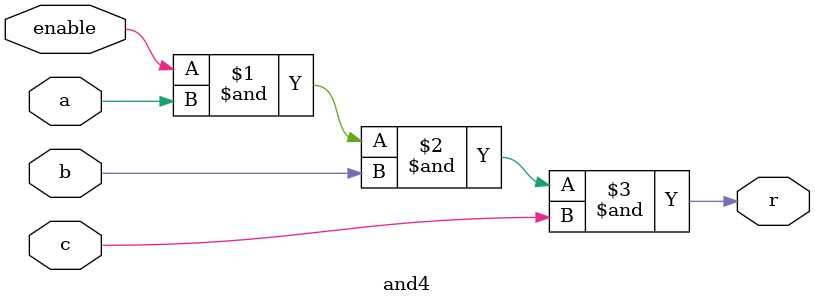
<source format=v>
`timescale 1ns / 1ps


module and4(
            input enable, 
            input a, 
            input b, 
            input c, 
            output r 
            );

    assign r = enable & a & b & c ; 

endmodule

</source>
